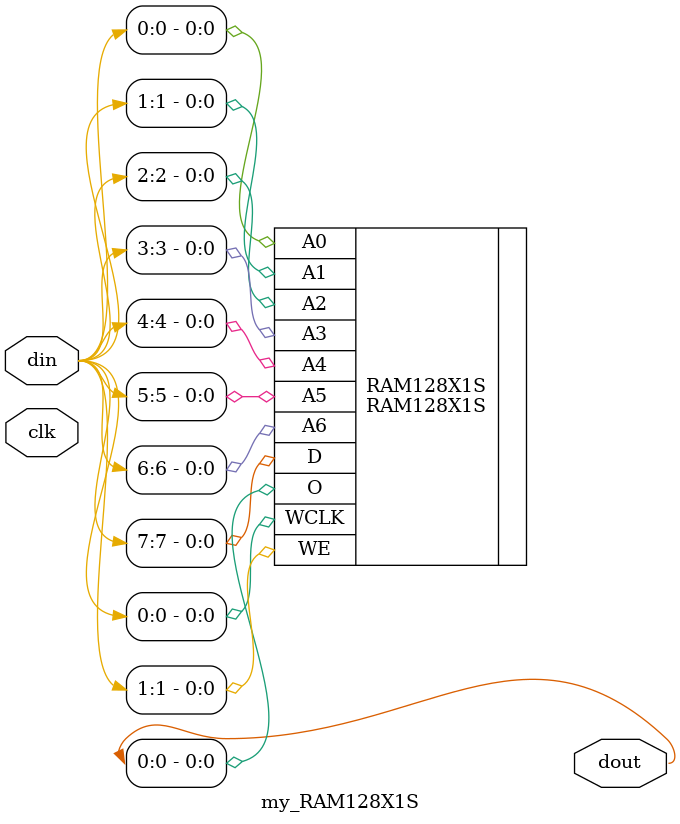
<source format=v>
module my_RAM128X1S (input clk, input [7:0] din, output [7:0] dout);
    parameter LOC = "";
    (* LOC=LOC, KEEP, DONT_TOUCH *)
    RAM128X1S #(
        ) RAM128X1S (
            .O(dout[0]),
            .A0(din[0]),
            .A1(din[1]),
            .A2(din[2]),
            .A3(din[3]),
            .A4(din[4]),
            .A5(din[5]),
            .A6(din[6]),
            .D(din[7]),
            .WCLK(din[0]),
            .WE(din[1]));
endmodule
</source>
